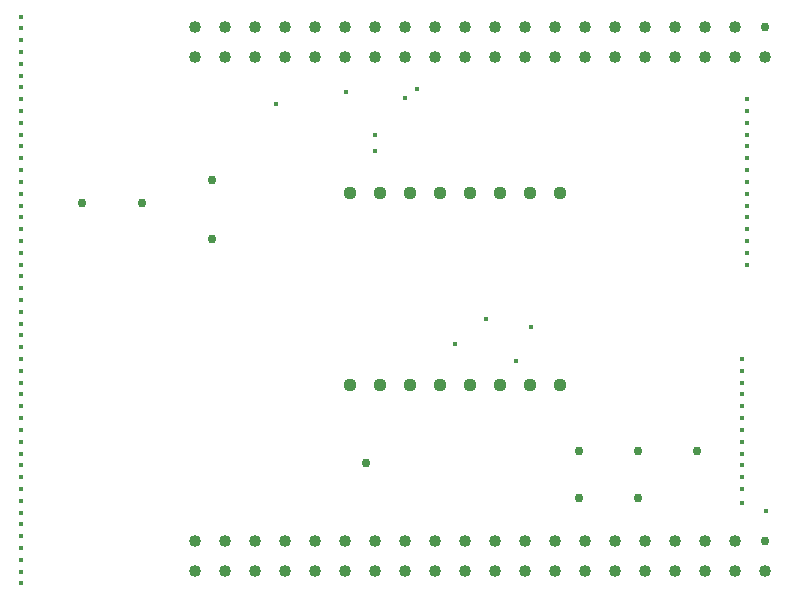
<source format=gbr>
G04 PROTEUS GERBER X2 FILE*
%TF.GenerationSoftware,Labcenter,Proteus,8.16-SP3-Build36097*%
%TF.CreationDate,2025-11-07T09:33:48+00:00*%
%TF.FileFunction,Plated,1,2,PTH*%
%TF.FilePolarity,Positive*%
%TF.Part,Single*%
%TF.SameCoordinates,{ab98911b-3f69-4870-a6fc-6ca9eaabf26d}*%
%FSLAX45Y45*%
%MOMM*%
G01*
%TA.AperFunction,ViaDrill*%
%ADD54C,0.381000*%
%TA.AperFunction,ComponentDrill*%
%ADD55C,1.110000*%
%TA.AperFunction,ComponentDrill*%
%ADD56C,0.762000*%
%TA.AperFunction,ComponentDrill*%
%ADD57C,1.016000*%
%TD.AperFunction*%
D54*
X+4100000Y+3894726D03*
X+4100000Y+3759398D03*
X+7410000Y+710000D03*
X+4351823Y+4211740D03*
X+4770000Y+2130000D03*
X+3853180Y+4264111D03*
X+5040000Y+2334894D03*
X+5420000Y+2270000D03*
X+5286809Y+1980949D03*
X+4450555Y+4285447D03*
X+3259081Y+4157520D03*
X+1100000Y+4900000D03*
X+1100000Y+4800000D03*
X+1100000Y+4700000D03*
X+1100000Y+4600000D03*
X+1100000Y+4500000D03*
X+1100000Y+4400000D03*
X+1100000Y+4300000D03*
X+1100000Y+4200000D03*
X+1100000Y+4100000D03*
X+1100000Y+4000000D03*
X+1100000Y+3900000D03*
X+1100000Y+3800000D03*
X+1100000Y+3700000D03*
X+1100000Y+3600000D03*
X+1100000Y+3500000D03*
X+1100000Y+3400000D03*
X+1100000Y+3300000D03*
X+1100000Y+3200000D03*
X+1100000Y+3100000D03*
X+1100000Y+3000000D03*
X+1100000Y+2900000D03*
X+1100000Y+2800000D03*
X+1100000Y+2700000D03*
X+1100000Y+2600000D03*
X+1100000Y+2500000D03*
X+1100000Y+2400000D03*
X+1100000Y+2300000D03*
X+1100000Y+2200000D03*
X+1100000Y+2100000D03*
X+1100000Y+2000000D03*
X+1100000Y+1900000D03*
X+1100000Y+1800000D03*
X+1100000Y+1700000D03*
X+1100000Y+1600000D03*
X+1100000Y+1500000D03*
X+1100000Y+1400000D03*
X+1100000Y+1300000D03*
X+1100000Y+1200000D03*
X+1100000Y+1100000D03*
X+1100000Y+1000000D03*
X+1100000Y+900000D03*
X+1100000Y+800000D03*
X+1100000Y+700000D03*
X+1100000Y+600000D03*
X+1100000Y+500000D03*
X+1100000Y+400000D03*
X+1100000Y+300000D03*
X+1100000Y+200000D03*
X+1100000Y+100000D03*
X+7250000Y+3900000D03*
X+7250000Y+4000000D03*
X+7250000Y+4100000D03*
X+7250000Y+4200000D03*
X+7250000Y+3800000D03*
X+7250000Y+3700000D03*
X+7250000Y+3600000D03*
X+7250000Y+3500000D03*
X+7250000Y+3400000D03*
X+7250000Y+3300000D03*
X+7250000Y+3200000D03*
X+7250000Y+3100000D03*
X+7250000Y+3000000D03*
X+7250000Y+2900000D03*
X+7250000Y+2800000D03*
X+7200000Y+780000D03*
X+7200000Y+900000D03*
X+7200000Y+1000000D03*
X+7200000Y+1100000D03*
X+7200000Y+1200000D03*
X+7200000Y+1300000D03*
X+7200000Y+1400000D03*
X+7200000Y+1500000D03*
X+7200000Y+1600000D03*
X+7200000Y+1700000D03*
X+7200000Y+1800000D03*
X+7200000Y+1900000D03*
X+7200000Y+2000000D03*
D55*
X+5660000Y+3410000D03*
X+5406000Y+3410000D03*
X+5152000Y+3410000D03*
X+4898000Y+3410000D03*
X+4644000Y+3410000D03*
X+4390000Y+3410000D03*
X+4136000Y+3410000D03*
X+3882000Y+3410000D03*
X+3882000Y+1781000D03*
X+4136000Y+1781000D03*
X+4390000Y+1781000D03*
X+4644000Y+1781000D03*
X+4898000Y+1781000D03*
X+5152000Y+1781000D03*
X+5406000Y+1781000D03*
X+5660000Y+1781000D03*
D56*
X+2720000Y+3520000D03*
X+2720000Y+3020000D03*
X+2120000Y+3320000D03*
X+1620000Y+3320000D03*
X+4020000Y+1120000D03*
X+5820000Y+1220000D03*
X+5820000Y+820000D03*
X+6320000Y+1220000D03*
X+6320000Y+820000D03*
X+6820000Y+1220000D03*
X+7400000Y+4813120D03*
D57*
X+7146000Y+4813120D03*
X+6892000Y+4813120D03*
X+6638000Y+4813120D03*
X+6384000Y+4813120D03*
X+6130000Y+4813120D03*
X+5876000Y+4813120D03*
X+5622000Y+4813120D03*
X+5368000Y+4813120D03*
X+5114000Y+4813120D03*
X+4860000Y+4813120D03*
X+4606000Y+4813120D03*
X+4352000Y+4813120D03*
X+4098000Y+4813120D03*
X+3844000Y+4813120D03*
X+3590000Y+4813120D03*
X+3336000Y+4813120D03*
X+3082000Y+4813120D03*
X+2828000Y+4813120D03*
X+2574000Y+4813120D03*
X+2574000Y+4559120D03*
X+2828000Y+4559120D03*
X+3082000Y+4559120D03*
X+3336000Y+4559120D03*
X+3590000Y+4559120D03*
X+3844000Y+4559120D03*
X+4098000Y+4559120D03*
X+4352000Y+4559120D03*
X+4606000Y+4559120D03*
X+4860000Y+4559120D03*
X+5114000Y+4559120D03*
X+5368000Y+4559120D03*
X+5622000Y+4559120D03*
X+5876000Y+4559120D03*
X+6130000Y+4559120D03*
X+6384000Y+4559120D03*
X+6638000Y+4559120D03*
X+6892000Y+4559120D03*
X+7146000Y+4559120D03*
X+7400000Y+4559120D03*
D56*
X+7400000Y+460000D03*
D57*
X+7146000Y+460000D03*
X+6892000Y+460000D03*
X+6638000Y+460000D03*
X+6384000Y+460000D03*
X+6130000Y+460000D03*
X+5876000Y+460000D03*
X+5622000Y+460000D03*
X+5368000Y+460000D03*
X+5114000Y+460000D03*
X+4860000Y+460000D03*
X+4606000Y+460000D03*
X+4352000Y+460000D03*
X+4098000Y+460000D03*
X+3844000Y+460000D03*
X+3590000Y+460000D03*
X+3336000Y+460000D03*
X+3082000Y+460000D03*
X+2828000Y+460000D03*
X+2574000Y+460000D03*
X+2574000Y+206000D03*
X+2828000Y+206000D03*
X+3082000Y+206000D03*
X+3336000Y+206000D03*
X+3590000Y+206000D03*
X+3844000Y+206000D03*
X+4098000Y+206000D03*
X+4352000Y+206000D03*
X+4606000Y+206000D03*
X+4860000Y+206000D03*
X+5114000Y+206000D03*
X+5368000Y+206000D03*
X+5622000Y+206000D03*
X+5876000Y+206000D03*
X+6130000Y+206000D03*
X+6384000Y+206000D03*
X+6638000Y+206000D03*
X+6892000Y+206000D03*
X+7146000Y+206000D03*
X+7400000Y+206000D03*
M02*

</source>
